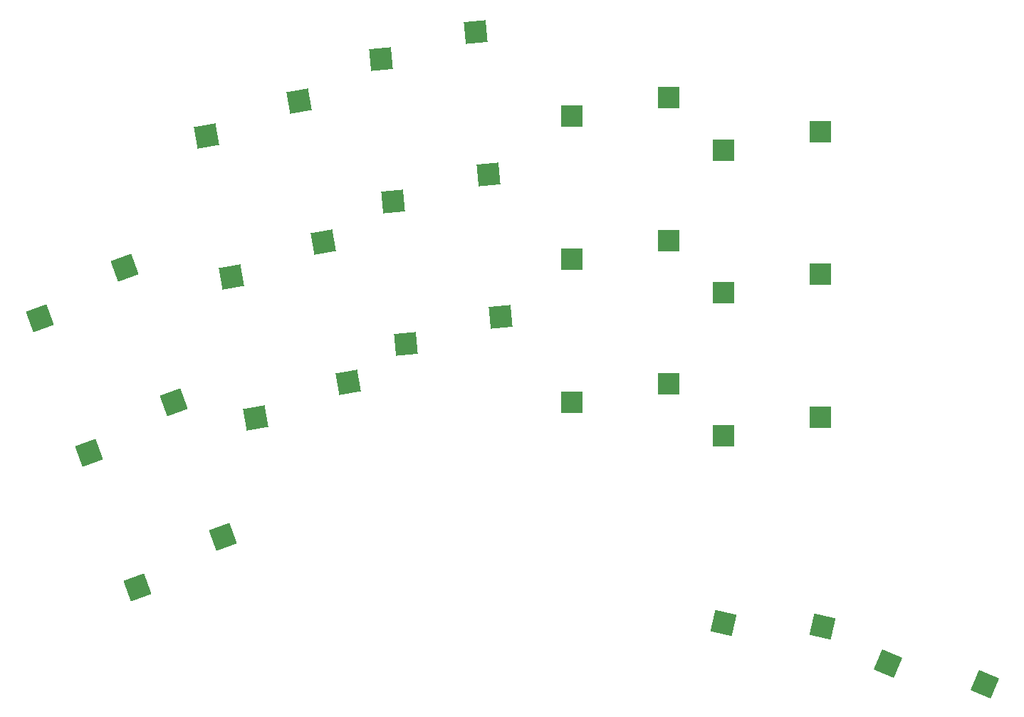
<source format=gbr>
%TF.GenerationSoftware,KiCad,Pcbnew,7.0.9*%
%TF.CreationDate,2023-12-28T22:45:01+01:00*%
%TF.ProjectId,pcb3,70636233-2e6b-4696-9361-645f70636258,v1.0.0*%
%TF.SameCoordinates,Original*%
%TF.FileFunction,Paste,Top*%
%TF.FilePolarity,Positive*%
%FSLAX46Y46*%
G04 Gerber Fmt 4.6, Leading zero omitted, Abs format (unit mm)*
G04 Created by KiCad (PCBNEW 7.0.9) date 2023-12-28 22:45:01*
%MOMM*%
%LPD*%
G01*
G04 APERTURE LIST*
G04 Aperture macros list*
%AMRotRect*
0 Rectangle, with rotation*
0 The origin of the aperture is its center*
0 $1 length*
0 $2 width*
0 $3 Rotation angle, in degrees counterclockwise*
0 Add horizontal line*
21,1,$1,$2,0,0,$3*%
G04 Aperture macros list end*
%ADD10R,2.600000X2.600000*%
%ADD11RotRect,2.600000X2.600000X5.000000*%
%ADD12RotRect,2.600000X2.600000X20.000000*%
%ADD13RotRect,2.600000X2.600000X337.000000*%
%ADD14RotRect,2.600000X2.600000X10.000000*%
%ADD15RotRect,2.600000X2.600000X347.000000*%
G04 APERTURE END LIST*
D10*
%TO.C,S11*%
X146507188Y-63430688D03*
X134957188Y-65630688D03*
%TD*%
%TO.C,S14*%
X164507186Y-67464025D03*
X152957186Y-69664025D03*
%TD*%
D11*
%TO.C,S8*%
X125047098Y-55581678D03*
X113732792Y-58779956D03*
%TD*%
D12*
%TO.C,S2*%
X87623248Y-82671371D03*
X77522243Y-88689027D03*
%TD*%
D10*
%TO.C,S12*%
X146507191Y-46430688D03*
X134957191Y-48630688D03*
%TD*%
D13*
%TO.C,S17*%
X184034699Y-116215661D03*
X172543259Y-113727827D03*
%TD*%
D14*
%TO.C,S4*%
X108396624Y-80326080D03*
X97404120Y-84498294D03*
%TD*%
D11*
%TO.C,S9*%
X123565453Y-38646368D03*
X112251147Y-41844646D03*
%TD*%
D10*
%TO.C,S13*%
X164507193Y-84464035D03*
X152957193Y-86664035D03*
%TD*%
D12*
%TO.C,S1*%
X93437593Y-98646148D03*
X83336588Y-104663804D03*
%TD*%
D14*
%TO.C,S6*%
X102492586Y-46842616D03*
X91500082Y-51014830D03*
%TD*%
D15*
%TO.C,S16*%
X164761707Y-109353241D03*
X153012840Y-108898670D03*
%TD*%
D10*
%TO.C,S10*%
X146507192Y-80430695D03*
X134957192Y-82630695D03*
%TD*%
D12*
%TO.C,S3*%
X81808905Y-66696598D03*
X71707900Y-72714254D03*
%TD*%
D11*
%TO.C,S7*%
X126528751Y-72516989D03*
X115214445Y-75715267D03*
%TD*%
D10*
%TO.C,S15*%
X164507192Y-50464023D03*
X152957192Y-52664023D03*
%TD*%
D14*
%TO.C,S5*%
X105444602Y-63584348D03*
X94452098Y-67756562D03*
%TD*%
M02*

</source>
